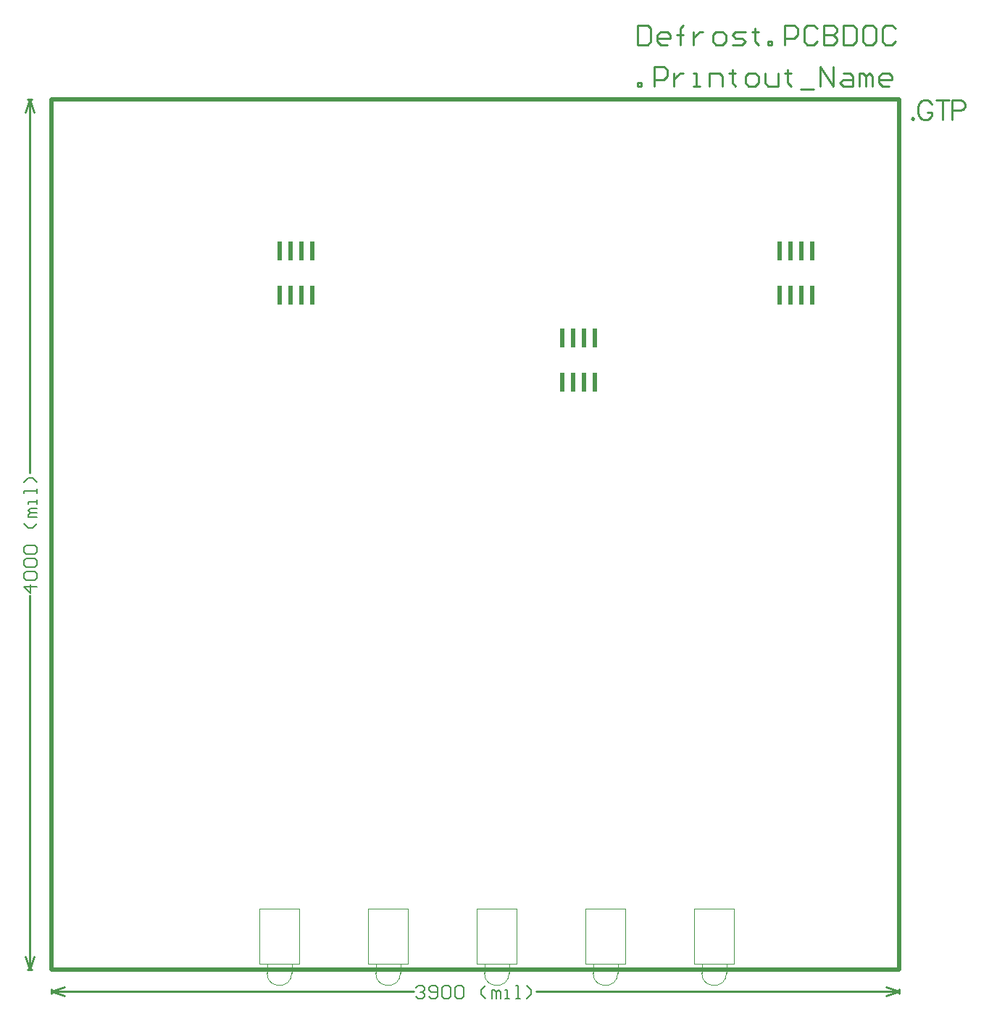
<source format=gtp>
%FSLAX23Y23*%
%MOIN*%
G70*
G01*
G75*
%ADD10R,0.024X0.087*%
%ADD11R,0.024X0.087*%
%ADD12C,0.012*%
%ADD13C,0.020*%
%ADD14C,0.001*%
%ADD15C,0.001*%
%ADD16C,0.010*%
%ADD17C,0.006*%
%ADD18C,0.062*%
%ADD19C,0.070*%
%ADD20R,0.062X0.062*%
%ADD21C,0.120*%
%ADD22R,0.120X0.120*%
%ADD23R,0.110X0.110*%
%ADD24C,0.110*%
%ADD25C,0.175*%
%ADD26C,0.050*%
%ADD27C,0.010*%
%ADD28C,0.008*%
%ADD29C,0.005*%
%ADD30C,0.008*%
%ADD31C,0.009*%
D10*
X2400Y2902D02*
D03*
X2350D02*
D03*
X3400Y3302D02*
D03*
X3350D02*
D03*
X1100D02*
D03*
X1050D02*
D03*
X2450Y2698D02*
D03*
X3450Y3098D02*
D03*
X1150D02*
D03*
X2400Y2698D02*
D03*
X2500Y2902D02*
D03*
X2450D02*
D03*
X3400Y3098D02*
D03*
X3500Y3302D02*
D03*
X3450D02*
D03*
X1100Y3098D02*
D03*
X1200Y3302D02*
D03*
X1150D02*
D03*
X2500Y2698D02*
D03*
X3500Y3098D02*
D03*
X1200D02*
D03*
D11*
X2350Y2698D02*
D03*
X3350Y3098D02*
D03*
X1050D02*
D03*
D13*
X0Y4000D02*
X3900D01*
Y0D02*
Y4000D01*
X0Y0D02*
X3900D01*
X0D02*
Y4000D01*
D14*
X2993Y-17D02*
G03*
X3107Y-17I57J0D01*
G01*
X1493D02*
G03*
X1607Y-17I57J0D01*
G01*
X2493D02*
G03*
X2607Y-17I57J0D01*
G01*
X1993D02*
G03*
X2107Y-17I57J0D01*
G01*
X993D02*
G03*
X1107Y-17I57J0D01*
G01*
D15*
X2958Y279D02*
X3142D01*
X2958Y27D02*
Y279D01*
Y27D02*
X3142D01*
Y279D01*
X3107Y-17D02*
Y27D01*
X2993Y-17D02*
Y27D01*
X1493Y-17D02*
Y27D01*
X1607Y-17D02*
Y27D01*
X1642D02*
Y279D01*
X1458Y27D02*
X1642D01*
X1458D02*
Y279D01*
X1642D01*
X2493Y-17D02*
Y27D01*
X2607Y-17D02*
Y27D01*
X2642D02*
Y279D01*
X2458Y27D02*
X2642D01*
X2458D02*
Y279D01*
X2642D01*
X1958D02*
X2142D01*
X1958Y27D02*
Y279D01*
Y27D02*
X2142D01*
Y279D01*
X2107Y-17D02*
Y27D01*
X1993Y-17D02*
Y27D01*
X993Y-17D02*
Y27D01*
X1107Y-17D02*
Y27D01*
X1142D02*
Y279D01*
X958Y27D02*
X1142D01*
X958D02*
Y279D01*
X1142D01*
D16*
X3900Y-110D02*
Y-90D01*
X0Y-110D02*
Y-90D01*
X3840Y-120D02*
X3900Y-100D01*
X3840Y-80D02*
X3900Y-100D01*
X0D02*
X60Y-120D01*
X0Y-100D02*
X60Y-80D01*
X2231Y-100D02*
X3900D01*
X0D02*
X1669D01*
X-110Y4000D02*
X-90D01*
X-110Y0D02*
X-90D01*
X-100Y4000D02*
X-80Y3940D01*
X-120D02*
X-100Y4000D01*
Y0D02*
X-80Y60D01*
X-120D02*
X-100Y0D01*
Y2281D02*
Y4000D01*
Y0D02*
Y1719D01*
X2699Y4340D02*
Y4250D01*
X2744D01*
X2759Y4265D01*
Y4325D01*
X2744Y4340D01*
X2699D01*
X2834Y4250D02*
X2804D01*
X2789Y4265D01*
Y4295D01*
X2804Y4310D01*
X2834D01*
X2849Y4295D01*
Y4280D01*
X2789D01*
X2894Y4250D02*
Y4325D01*
Y4295D01*
X2879D01*
X2909D01*
X2894D01*
Y4325D01*
X2909Y4340D01*
X2954Y4310D02*
Y4250D01*
Y4280D01*
X2969Y4295D01*
X2984Y4310D01*
X2999D01*
X3059Y4250D02*
X3089D01*
X3104Y4265D01*
Y4295D01*
X3089Y4310D01*
X3059D01*
X3044Y4295D01*
Y4265D01*
X3059Y4250D01*
X3134D02*
X3179D01*
X3194Y4265D01*
X3179Y4280D01*
X3149D01*
X3134Y4295D01*
X3149Y4310D01*
X3194D01*
X3239Y4325D02*
Y4310D01*
X3224D01*
X3254D01*
X3239D01*
Y4265D01*
X3254Y4250D01*
X3299D02*
Y4265D01*
X3314D01*
Y4250D01*
X3299D01*
X3374D02*
Y4340D01*
X3419D01*
X3434Y4325D01*
Y4295D01*
X3419Y4280D01*
X3374D01*
X3524Y4325D02*
X3509Y4340D01*
X3479D01*
X3464Y4325D01*
Y4265D01*
X3479Y4250D01*
X3509D01*
X3524Y4265D01*
X3554Y4340D02*
Y4250D01*
X3599D01*
X3614Y4265D01*
Y4280D01*
X3599Y4295D01*
X3554D01*
X3599D01*
X3614Y4310D01*
Y4325D01*
X3599Y4340D01*
X3554D01*
X3644D02*
Y4250D01*
X3689D01*
X3704Y4265D01*
Y4325D01*
X3689Y4340D01*
X3644D01*
X3779D02*
X3749D01*
X3734Y4325D01*
Y4265D01*
X3749Y4250D01*
X3779D01*
X3794Y4265D01*
Y4325D01*
X3779Y4340D01*
X3884Y4325D02*
X3869Y4340D01*
X3839D01*
X3824Y4325D01*
Y4265D01*
X3839Y4250D01*
X3869D01*
X3884Y4265D01*
X2699Y4060D02*
Y4075D01*
X2714D01*
Y4060D01*
X2699D01*
X2774D02*
Y4150D01*
X2819D01*
X2834Y4135D01*
Y4105D01*
X2819Y4090D01*
X2774D01*
X2864Y4120D02*
Y4060D01*
Y4090D01*
X2879Y4105D01*
X2894Y4120D01*
X2909D01*
X2954Y4060D02*
X2984D01*
X2969D01*
Y4120D01*
X2954D01*
X3029Y4060D02*
Y4120D01*
X3074D01*
X3089Y4105D01*
Y4060D01*
X3134Y4135D02*
Y4120D01*
X3119D01*
X3149D01*
X3134D01*
Y4075D01*
X3149Y4060D01*
X3209D02*
X3239D01*
X3254Y4075D01*
Y4105D01*
X3239Y4120D01*
X3209D01*
X3194Y4105D01*
Y4075D01*
X3209Y4060D01*
X3284Y4120D02*
Y4075D01*
X3299Y4060D01*
X3344D01*
Y4120D01*
X3389Y4135D02*
Y4120D01*
X3374D01*
X3404D01*
X3389D01*
Y4075D01*
X3404Y4060D01*
X3449Y4045D02*
X3509D01*
X3539Y4060D02*
Y4150D01*
X3599Y4060D01*
Y4150D01*
X3644Y4120D02*
X3674D01*
X3689Y4105D01*
Y4060D01*
X3644D01*
X3629Y4075D01*
X3644Y4090D01*
X3689D01*
X3719Y4060D02*
Y4120D01*
X3734D01*
X3749Y4105D01*
Y4060D01*
Y4105D01*
X3764Y4120D01*
X3779Y4105D01*
Y4060D01*
X3854D02*
X3824D01*
X3809Y4075D01*
Y4105D01*
X3824Y4120D01*
X3854D01*
X3869Y4105D01*
Y4090D01*
X3809D01*
D17*
X1679Y-86D02*
X1689Y-76D01*
X1709D01*
X1719Y-86D01*
Y-96D01*
X1709Y-106D01*
X1699D01*
X1709D01*
X1719Y-116D01*
Y-126D01*
X1709Y-136D01*
X1689D01*
X1679Y-126D01*
X1739D02*
X1749Y-136D01*
X1769D01*
X1779Y-126D01*
Y-86D01*
X1769Y-76D01*
X1749D01*
X1739Y-86D01*
Y-96D01*
X1749Y-106D01*
X1779D01*
X1799Y-86D02*
X1809Y-76D01*
X1829D01*
X1839Y-86D01*
Y-126D01*
X1829Y-136D01*
X1809D01*
X1799Y-126D01*
Y-86D01*
X1859D02*
X1869Y-76D01*
X1889D01*
X1899Y-86D01*
Y-126D01*
X1889Y-136D01*
X1869D01*
X1859Y-126D01*
Y-86D01*
X1999Y-136D02*
X1979Y-116D01*
Y-96D01*
X1999Y-76D01*
X2029Y-136D02*
Y-96D01*
X2039D01*
X2049Y-106D01*
Y-136D01*
Y-106D01*
X2059Y-96D01*
X2069Y-106D01*
Y-136D01*
X2089D02*
X2109D01*
X2099D01*
Y-96D01*
X2089D01*
X2139Y-136D02*
X2159D01*
X2149D01*
Y-76D01*
X2139D01*
X2189Y-136D02*
X2209Y-116D01*
Y-96D01*
X2189Y-76D01*
X-64Y1759D02*
X-124D01*
X-94Y1729D01*
Y1769D01*
X-114Y1789D02*
X-124Y1799D01*
Y1819D01*
X-114Y1829D01*
X-74D01*
X-64Y1819D01*
Y1799D01*
X-74Y1789D01*
X-114D01*
Y1849D02*
X-124Y1859D01*
Y1879D01*
X-114Y1889D01*
X-74D01*
X-64Y1879D01*
Y1859D01*
X-74Y1849D01*
X-114D01*
Y1909D02*
X-124Y1919D01*
Y1939D01*
X-114Y1949D01*
X-74D01*
X-64Y1939D01*
Y1919D01*
X-74Y1909D01*
X-114D01*
X-64Y2049D02*
X-84Y2029D01*
X-104D01*
X-124Y2049D01*
X-64Y2079D02*
X-104D01*
Y2089D01*
X-94Y2099D01*
X-64D01*
X-94D01*
X-104Y2109D01*
X-94Y2119D01*
X-64D01*
Y2139D02*
Y2159D01*
Y2149D01*
X-104D01*
Y2139D01*
X-64Y2189D02*
Y2209D01*
Y2199D01*
X-124D01*
Y2189D01*
X-64Y2239D02*
X-84Y2259D01*
X-104D01*
X-124Y2239D01*
D31*
X3963Y3914D02*
X3959Y3909D01*
X3963Y3905D01*
X3968Y3909D01*
X3963Y3914D01*
X4052Y3974D02*
X4047Y3982D01*
X4039Y3991D01*
X4030Y3995D01*
X4013D01*
X4004Y3991D01*
X3996Y3982D01*
X3992Y3974D01*
X3987Y3961D01*
Y3939D01*
X3992Y3926D01*
X3996Y3918D01*
X4004Y3909D01*
X4013Y3905D01*
X4030D01*
X4039Y3909D01*
X4047Y3918D01*
X4052Y3926D01*
Y3939D01*
X4030D02*
X4052D01*
X4102Y3995D02*
Y3905D01*
X4072Y3995D02*
X4132D01*
X4143Y3948D02*
X4181D01*
X4194Y3952D01*
X4199Y3956D01*
X4203Y3965D01*
Y3978D01*
X4199Y3986D01*
X4194Y3991D01*
X4181Y3995D01*
X4143D01*
Y3905D01*
M02*

</source>
